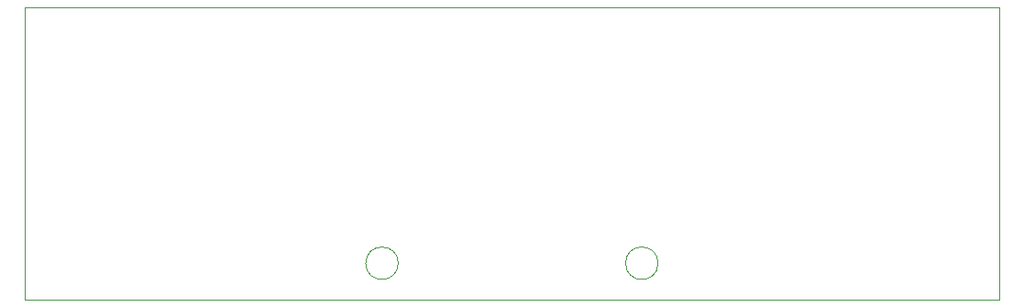
<source format=gbr>
%TF.GenerationSoftware,KiCad,Pcbnew,8.0.5*%
%TF.CreationDate,2024-10-06T17:03:47-03:00*%
%TF.ProjectId,modulo_sensor,6d6f6475-6c6f-45f7-9365-6e736f722e6b,rev?*%
%TF.SameCoordinates,Original*%
%TF.FileFunction,Profile,NP*%
%FSLAX46Y46*%
G04 Gerber Fmt 4.6, Leading zero omitted, Abs format (unit mm)*
G04 Created by KiCad (PCBNEW 8.0.5) date 2024-10-06 17:03:47*
%MOMM*%
%LPD*%
G01*
G04 APERTURE LIST*
%TA.AperFunction,Profile*%
%ADD10C,0.050000*%
%TD*%
%TA.AperFunction,Profile*%
%ADD11C,0.100000*%
%TD*%
G04 APERTURE END LIST*
D10*
X53609983Y-56340000D02*
X143609983Y-56340000D01*
X143609983Y-83340000D01*
X53609983Y-83340000D01*
X53609983Y-56340000D01*
D11*
X112109983Y-80000000D02*
G75*
G02*
X109109983Y-80000000I-1500000J0D01*
G01*
X109109983Y-80000000D02*
G75*
G02*
X112109983Y-80000000I1500000J0D01*
G01*
X88109983Y-80000000D02*
G75*
G02*
X85109983Y-80000000I-1500000J0D01*
G01*
X85109983Y-80000000D02*
G75*
G02*
X88109983Y-80000000I1500000J0D01*
G01*
M02*

</source>
